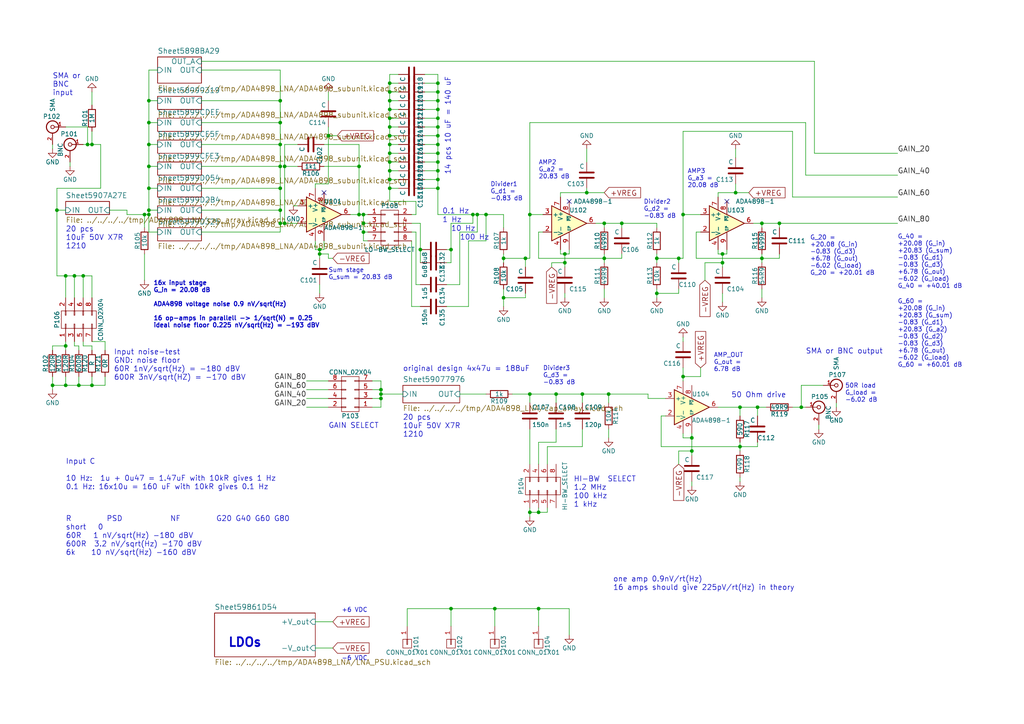
<source format=kicad_sch>
(kicad_sch (version 20230121) (generator eeschema)
  (paper "A4")
  (title_block (title "ADA4898_LNA") (rev "2017.02") (comment 1 "Anders Wallin (anders.e.e.wallin \"at\" gmail.com)") (comment 2 "inspired by:  http://www.hoffmann-hochfrequenz.de/downloads/lono.pdf"))
  (junction (at 25.4 41.91))
  (junction (at 113.03 29.21))
  (junction (at 113.03 41.91))
  (junction (at 170.18 55.88))
  (junction (at 127 29.21))
  (junction (at 113.03 44.45))
  (junction (at 161.29 114.3))
  (junction (at 113.03 31.75))
  (junction (at 81.28 60.96))
  (junction (at 127 36.83))
  (junction (at 153.67 148.59))
  (junction (at 163.83 73.66))
  (junction (at 146.05 86.36))
  (junction (at 110.49 113.03))
  (junction (at 104.14 48.26))
  (junction (at 113.03 39.37))
  (junction (at 138.43 62.23))
  (junction (at 226.06 64.77))
  (junction (at 81.28 54.61))
  (junction (at 43.18 35.56))
  (junction (at 95.25 39.37))
  (junction (at 43.18 62.23))
  (junction (at 19.05 80.01))
  (junction (at 175.26 64.77))
  (junction (at 200.66 127))
  (junction (at 43.18 60.96))
  (junction (at 156.21 148.59))
  (junction (at 220.98 74.93))
  (junction (at 163.83 76.2))
  (junction (at 198.12 62.23))
  (junction (at 81.28 29.21))
  (junction (at 127 31.75))
  (junction (at 180.34 64.77))
  (junction (at 127 44.45))
  (junction (at 140.97 62.23))
  (junction (at 113.03 24.13))
  (junction (at 130.81 176.53))
  (junction (at 127 46.99))
  (junction (at 110.49 115.57))
  (junction (at 43.18 29.21))
  (junction (at 190.5 85.09))
  (junction (at 127 52.07))
  (junction (at 232.41 118.11))
  (junction (at 82.55 48.26))
  (junction (at 196.85 74.93))
  (junction (at 113.03 46.99))
  (junction (at 176.53 114.3))
  (junction (at 214.63 129.54))
  (junction (at 21.59 80.01))
  (junction (at 81.28 64.77))
  (junction (at 200.66 130.81))
  (junction (at 219.71 118.11))
  (junction (at 127 41.91))
  (junction (at 113.03 36.83))
  (junction (at 113.03 49.53))
  (junction (at 130.81 72.39))
  (junction (at 127 24.13))
  (junction (at 105.41 67.31))
  (junction (at 214.63 118.11))
  (junction (at 105.41 62.23))
  (junction (at 156.21 176.53))
  (junction (at 15.24 111.76))
  (junction (at 19.05 100.33))
  (junction (at 113.03 52.07))
  (junction (at 81.28 41.91))
  (junction (at 121.92 72.39))
  (junction (at 127 54.61))
  (junction (at 110.49 114.3))
  (junction (at 26.67 111.76))
  (junction (at 168.91 114.3))
  (junction (at 19.05 111.76))
  (junction (at 41.91 62.23))
  (junction (at 26.67 41.91))
  (junction (at 113.03 26.67))
  (junction (at 113.03 34.29))
  (junction (at 22.86 111.76))
  (junction (at 24.13 80.01))
  (junction (at 43.18 54.61))
  (junction (at 209.55 76.2))
  (junction (at 127 39.37))
  (junction (at 16.51 60.96))
  (junction (at 81.28 48.26))
  (junction (at 92.71 73.66))
  (junction (at 220.98 64.77))
  (junction (at 209.55 73.66))
  (junction (at 105.41 64.77))
  (junction (at 175.26 74.93))
  (junction (at 127 49.53))
  (junction (at 137.16 62.23))
  (junction (at 153.67 114.3))
  (junction (at 127 26.67))
  (junction (at 104.14 62.23))
  (junction (at 81.28 35.56))
  (junction (at 152.4 74.93))
  (junction (at 153.67 62.23))
  (junction (at 43.18 41.91))
  (junction (at 143.51 176.53))
  (junction (at 213.36 55.88))
  (junction (at 190.5 74.93))
  (junction (at 146.05 74.93))
  (junction (at 92.71 72.39))
  (junction (at 198.12 109.22))
  (junction (at 82.55 64.77))
  (junction (at 127 34.29))
  (junction (at 113.03 54.61))
  (junction (at 43.18 48.26))
  (no_connect (at 210.82 58.42))
  (no_connect (at 165.1 58.42))
  (no_connect (at 93.98 55.88))
  (wire (pts (xy 19.05 101.6) (xy 19.05 100.33)))
  (wire (pts (xy 123.19 31.75) (xy 127 31.75)))
  (wire (pts (xy 123.19 29.21) (xy 127 29.21)))
  (wire (pts (xy 115.57 26.67) (xy 113.03 26.67)))
  (wire (pts (xy 113.03 31.75) (xy 113.03 29.21)))
  (wire (pts (xy 30.48 111.76) (xy 26.67 111.76)))
  (wire (pts (xy 165.1 73.66) (xy 165.1 72.39)))
  (wire (pts (xy 26.67 80.01) (xy 26.67 86.36)))
  (wire (pts (xy 96.52 187.96) (xy 91.44 187.96)))
  (wire (pts (xy 213.36 45.72) (xy 213.36 43.18)))
  (wire (pts (xy 30.48 99.06) (xy 30.48 101.6)))
  (wire (pts (xy 110.49 115.57) (xy 110.49 118.11)))
  (wire (pts (xy 26.67 109.22) (xy 26.67 111.76)))
  (wire (pts (xy 115.57 36.83) (xy 113.03 36.83)))
  (wire (pts (xy 156.21 74.93) (xy 175.26 74.93)))
  (wire (pts (xy 115.57 54.61) (xy 113.03 54.61)))
  (wire (pts (xy 209.55 76.2) (xy 209.55 77.47)))
  (wire (pts (xy 82.55 41.91) (xy 82.55 48.26)))
  (wire (pts (xy 229.87 38.1) (xy 229.87 57.15)))
  (wire (pts (xy 19.05 36.83) (xy 25.4 36.83)))
  (wire (pts (xy 81.28 20.32) (xy 81.28 29.21)))
  (wire (pts (xy 168.91 114.3) (xy 168.91 116.84)))
  (wire (pts (xy 26.67 99.06) (xy 30.48 99.06)))
  (wire (pts (xy 220.98 64.77) (xy 220.98 66.04)))
  (wire (pts (xy 86.36 48.26) (xy 82.55 48.26)))
  (wire (pts (xy 146.05 62.23) (xy 140.97 62.23)))
  (wire (pts (xy 233.68 35.56) (xy 233.68 50.8)))
  (wire (pts (xy 45.72 48.26) (xy 43.18 48.26)))
  (wire (pts (xy 115.57 34.29) (xy 113.03 34.29)))
  (wire (pts (xy 129.54 82.55) (xy 133.35 82.55)))
  (wire (pts (xy 88.9 113.03) (xy 95.25 113.03)))
  (wire (pts (xy 41.91 66.04) (xy 41.91 62.23)))
  (wire (pts (xy 137.16 62.23) (xy 127 62.23)))
  (wire (pts (xy 118.11 176.53) (xy 130.81 176.53)))
  (wire (pts (xy 220.98 74.93) (xy 220.98 73.66)))
  (wire (pts (xy 36.83 60.96) (xy 36.83 62.23)))
  (wire (pts (xy 24.13 100.33) (xy 26.67 100.33)))
  (wire (pts (xy 176.53 127) (xy 176.53 124.46)))
  (wire (pts (xy 153.67 116.84) (xy 153.67 114.3)))
  (wire (pts (xy 214.63 130.81) (xy 214.63 129.54)))
  (wire (pts (xy 88.9 110.49) (xy 95.25 110.49)))
  (wire (pts (xy 81.28 54.61) (xy 81.28 60.96)))
  (wire (pts (xy 198.12 125.73) (xy 198.12 127)))
  (wire (pts (xy 127 54.61) (xy 127 52.07)))
  (wire (pts (xy 163.83 86.36) (xy 163.83 85.09)))
  (wire (pts (xy 127 46.99) (xy 127 44.45)))
  (wire (pts (xy 95.25 74.93) (xy 95.25 73.66)))
  (wire (pts (xy 81.28 64.77) (xy 81.28 67.31)))
  (wire (pts (xy 41.91 73.66) (xy 41.91 81.28)))
  (wire (pts (xy 146.05 62.23) (xy 146.05 66.04)))
  (wire (pts (xy 201.93 74.93) (xy 220.98 74.93)))
  (wire (pts (xy 19.05 109.22) (xy 19.05 111.76)))
  (wire (pts (xy 146.05 86.36) (xy 146.05 88.9)))
  (wire (pts (xy 120.65 67.31) (xy 120.65 82.55)))
  (wire (pts (xy 105.41 69.85) (xy 105.41 67.31)))
  (wire (pts (xy 176.53 114.3) (xy 176.53 116.84)))
  (wire (pts (xy 96.52 180.34) (xy 91.44 180.34)))
  (wire (pts (xy 158.75 129.54) (xy 168.91 129.54)))
  (wire (pts (xy 153.67 62.23) (xy 157.48 62.23)))
  (wire (pts (xy 175.26 73.66) (xy 175.26 74.93)))
  (wire (pts (xy 31.75 60.96) (xy 36.83 60.96)))
  (wire (pts (xy 209.55 73.66) (xy 208.28 73.66)))
  (wire (pts (xy 209.55 73.66) (xy 209.55 76.2)))
  (wire (pts (xy 24.13 80.01) (xy 26.67 80.01)))
  (wire (pts (xy 170.18 46.99) (xy 170.18 43.18)))
  (wire (pts (xy 24.13 41.91) (xy 25.4 41.91)))
  (wire (pts (xy 19.05 80.01) (xy 21.59 80.01)))
  (wire (pts (xy 92.71 74.93) (xy 92.71 73.66)))
  (wire (pts (xy 237.49 124.46) (xy 237.49 123.19)))
  (wire (pts (xy 153.67 62.23) (xy 153.67 74.93)))
  (wire (pts (xy 107.95 115.57) (xy 110.49 115.57)))
  (wire (pts (xy 106.68 64.77) (xy 105.41 64.77)))
  (wire (pts (xy 113.03 44.45) (xy 113.03 41.91)))
  (wire (pts (xy 143.51 181.61) (xy 143.51 176.53)))
  (wire (pts (xy 140.97 69.85) (xy 140.97 62.23)))
  (wire (pts (xy 15.24 111.76) (xy 15.24 109.22)))
  (wire (pts (xy 165.1 176.53) (xy 165.1 184.15)))
  (wire (pts (xy 157.48 67.31) (xy 156.21 67.31)))
  (wire (pts (xy 208.28 55.88) (xy 208.28 57.15)))
  (wire (pts (xy 226.06 64.77) (xy 260.35 64.77)))
  (wire (pts (xy 92.71 73.66) (xy 92.71 72.39)))
  (wire (pts (xy 115.57 44.45) (xy 113.03 44.45)))
  (wire (pts (xy 198.12 99.06) (xy 198.12 97.79)))
  (wire (pts (xy 127 41.91) (xy 127 39.37)))
  (wire (pts (xy 123.19 41.91) (xy 127 41.91)))
  (wire (pts (xy 123.19 39.37) (xy 127 39.37)))
  (wire (pts (xy 15.24 113.03) (xy 15.24 111.76)))
  (wire (pts (xy 123.19 36.83) (xy 127 36.83)))
  (wire (pts (xy 45.72 60.96) (xy 43.18 60.96)))
  (wire (pts (xy 133.35 67.31) (xy 138.43 67.31)))
  (wire (pts (xy 152.4 74.93) (xy 152.4 77.47)))
  (wire (pts (xy 119.38 67.31) (xy 120.65 67.31)))
  (wire (pts (xy 21.59 80.01) (xy 24.13 80.01)))
  (wire (pts (xy 162.56 55.88) (xy 162.56 57.15)))
  (wire (pts (xy 175.26 64.77) (xy 175.26 66.04)))
  (wire (pts (xy 160.02 77.47) (xy 160.02 76.2)))
  (wire (pts (xy 24.13 99.06) (xy 24.13 100.33)))
  (wire (pts (xy 19.05 111.76) (xy 15.24 111.76)))
  (wire (pts (xy 220.98 74.93) (xy 226.06 74.93)))
  (wire (pts (xy 127 39.37) (xy 127 36.83)))
  (wire (pts (xy 168.91 129.54) (xy 168.91 124.46)))
  (wire (pts (xy 127 36.83) (xy 127 34.29)))
  (wire (pts (xy 113.03 54.61) (xy 113.03 52.07)))
  (wire (pts (xy 214.63 118.11) (xy 219.71 118.11)))
  (wire (pts (xy 198.12 74.93) (xy 196.85 74.93)))
  (wire (pts (xy 121.92 72.39) (xy 121.92 76.2)))
  (wire (pts (xy 26.67 41.91) (xy 29.21 41.91)))
  (wire (pts (xy 156.21 134.62) (xy 156.21 128.27)))
  (wire (pts (xy 36.83 62.23) (xy 41.91 62.23)))
  (wire (pts (xy 19.05 86.36) (xy 19.05 80.01)))
  (wire (pts (xy 163.83 77.47) (xy 163.83 76.2)))
  (wire (pts (xy 214.63 129.54) (xy 214.63 128.27)))
  (wire (pts (xy 153.67 35.56) (xy 233.68 35.56)))
  (wire (pts (xy 213.36 55.88) (xy 208.28 55.88)))
  (wire (pts (xy 15.24 100.33) (xy 19.05 100.33)))
  (wire (pts (xy 58.42 29.21) (xy 81.28 29.21)))
  (wire (pts (xy 152.4 86.36) (xy 146.05 86.36)))
  (wire (pts (xy 43.18 35.56) (xy 43.18 41.91)))
  (wire (pts (xy 15.24 43.18) (xy 15.24 41.91)))
  (wire (pts (xy 119.38 69.85) (xy 119.38 88.9)))
  (wire (pts (xy 127 62.23) (xy 127 54.61)))
  (wire (pts (xy 43.18 29.21) (xy 43.18 35.56)))
  (wire (pts (xy 242.57 118.11) (xy 242.57 116.84)))
  (wire (pts (xy 200.66 130.81) (xy 200.66 127)))
  (wire (pts (xy 43.18 20.32) (xy 45.72 20.32)))
  (wire (pts (xy 153.67 148.59) (xy 156.21 148.59)))
  (wire (pts (xy 152.4 85.09) (xy 152.4 86.36)))
  (wire (pts (xy 115.57 41.91) (xy 113.03 41.91)))
  (wire (pts (xy 82.55 64.77) (xy 86.36 64.77)))
  (wire (pts (xy 86.36 41.91) (xy 82.55 41.91)))
  (wire (pts (xy 123.19 52.07) (xy 127 52.07)))
  (wire (pts (xy 113.03 29.21) (xy 113.03 26.67)))
  (wire (pts (xy 43.18 41.91) (xy 43.18 48.26)))
  (wire (pts (xy 135.89 88.9) (xy 135.89 69.85)))
  (wire (pts (xy 198.12 38.1) (xy 229.87 38.1)))
  (wire (pts (xy 219.71 129.54) (xy 219.71 128.27)))
  (wire (pts (xy 93.98 48.26) (xy 104.14 48.26)))
  (wire (pts (xy 93.98 69.85) (xy 93.98 72.39)))
  (wire (pts (xy 22.86 100.33) (xy 22.86 101.6)))
  (wire (pts (xy 43.18 60.96) (xy 43.18 62.23)))
  (wire (pts (xy 113.03 24.13) (xy 113.03 21.59)))
  (wire (pts (xy 220.98 76.2) (xy 220.98 74.93)))
  (wire (pts (xy 113.03 58.42) (xy 113.03 54.61)))
  (wire (pts (xy 43.18 67.31) (xy 45.72 67.31)))
  (wire (pts (xy 156.21 148.59) (xy 156.21 147.32)))
  (wire (pts (xy 191.77 129.54) (xy 214.63 129.54)))
  (wire (pts (xy 105.41 67.31) (xy 105.41 64.77)))
  (wire (pts (xy 81.28 60.96) (xy 58.42 60.96)))
  (wire (pts (xy 168.91 114.3) (xy 176.53 114.3)))
  (wire (pts (xy 201.93 74.93) (xy 201.93 67.31)))
  (wire (pts (xy 190.5 73.66) (xy 190.5 74.93)))
  (wire (pts (xy 175.26 64.77) (xy 180.34 64.77)))
  (wire (pts (xy 92.71 72.39) (xy 91.44 72.39)))
  (wire (pts (xy 113.03 21.59) (xy 115.57 21.59)))
  (wire (pts (xy 204.47 76.2) (xy 209.55 76.2)))
  (wire (pts (xy 196.85 85.09) (xy 190.5 85.09)))
  (wire (pts (xy 146.05 83.82) (xy 146.05 86.36)))
  (wire (pts (xy 152.4 74.93) (xy 146.05 74.93)))
  (wire (pts (xy 162.56 73.66) (xy 163.83 73.66)))
  (wire (pts (xy 158.75 148.59) (xy 158.75 147.32)))
  (wire (pts (xy 193.04 115.57) (xy 187.96 115.57)))
  (wire (pts (xy 16.51 60.96) (xy 16.51 80.01)))
  (wire (pts (xy 88.9 118.11) (xy 95.25 118.11)))
  (wire (pts (xy 21.59 80.01) (xy 21.59 86.36)))
  (wire (pts (xy 163.83 76.2) (xy 163.83 73.66)))
  (wire (pts (xy 26.67 38.1) (xy 26.67 41.91)))
  (wire (pts (xy 21.59 100.33) (xy 22.86 100.33)))
  (wire (pts (xy 123.19 26.67) (xy 127 26.67)))
  (wire (pts (xy 105.41 64.77) (xy 105.41 62.23)))
  (wire (pts (xy 115.57 46.99) (xy 113.03 46.99)))
  (wire (pts (xy 115.57 29.21) (xy 113.03 29.21)))
  (wire (pts (xy 161.29 128.27) (xy 161.29 124.46)))
  (wire (pts (xy 113.03 52.07) (xy 113.03 49.53)))
  (wire (pts (xy 196.85 134.62) (xy 196.85 130.81)))
  (wire (pts (xy 187.96 115.57) (xy 187.96 114.3)))
  (wire (pts (xy 218.44 64.77) (xy 220.98 64.77)))
  (wire (pts (xy 43.18 48.26) (xy 43.18 54.61)))
  (wire (pts (xy 81.28 35.56) (xy 58.42 35.56)))
  (wire (pts (xy 190.5 86.36) (xy 190.5 85.09)))
  (wire (pts (xy 123.19 24.13) (xy 127 24.13)))
  (wire (pts (xy 95.25 36.83) (xy 95.25 39.37)))
  (wire (pts (xy 120.65 58.42) (xy 113.03 58.42)))
  (wire (pts (xy 229.87 57.15) (xy 260.35 57.15)))
  (wire (pts (xy 95.25 53.34) (xy 91.44 53.34)))
  (wire (pts (xy 82.55 48.26) (xy 82.55 64.77)))
  (wire (pts (xy 127 24.13) (xy 127 21.59)))
  (wire (pts (xy 106.68 69.85) (xy 105.41 69.85)))
  (wire (pts (xy 101.6 62.23) (xy 104.14 62.23)))
  (wire (pts (xy 91.44 72.39) (xy 91.44 69.85)))
  (wire (pts (xy 115.57 49.53) (xy 113.03 49.53)))
  (wire (pts (xy 232.41 118.11) (xy 233.68 118.11)))
  (wire (pts (xy 130.81 76.2) (xy 129.54 76.2)))
  (wire (pts (xy 161.29 116.84) (xy 161.29 114.3)))
  (wire (pts (xy 123.19 46.99) (xy 127 46.99)))
  (wire (pts (xy 25.4 36.83) (xy 25.4 41.91)))
  (wire (pts (xy 153.67 148.59) (xy 153.67 147.32)))
  (wire (pts (xy 233.68 50.8) (xy 260.35 50.8)))
  (wire (pts (xy 58.42 20.32) (xy 81.28 20.32)))
  (wire (pts (xy 226.06 64.77) (xy 226.06 66.04)))
  (wire (pts (xy 172.72 64.77) (xy 175.26 64.77)))
  (wire (pts (xy 213.36 53.34) (xy 213.36 55.88)))
  (wire (pts (xy 156.21 176.53) (xy 156.21 181.61)))
  (wire (pts (xy 41.91 62.23) (xy 43.18 62.23)))
  (wire (pts (xy 127 31.75) (xy 127 29.21)))
  (wire (pts (xy 127 49.53) (xy 127 46.99)))
  (wire (pts (xy 127 44.45) (xy 127 41.91)))
  (wire (pts (xy 95.25 39.37) (xy 97.79 39.37)))
  (wire (pts (xy 115.57 31.75) (xy 113.03 31.75)))
  (wire (pts (xy 113.03 36.83) (xy 113.03 34.29)))
  (wire (pts (xy 127 21.59) (xy 123.19 21.59)))
  (wire (pts (xy 236.22 44.45) (xy 236.22 17.78)))
  (wire (pts (xy 116.84 114.3) (xy 110.49 114.3)))
  (wire (pts (xy 203.2 109.22) (xy 198.12 109.22)))
  (wire (pts (xy 190.5 64.77) (xy 190.5 66.04)))
  (wire (pts (xy 115.57 52.07) (xy 113.03 52.07)))
  (wire (pts (xy 86.36 59.69) (xy 85.09 59.69)))
  (wire (pts (xy 180.34 64.77) (xy 190.5 64.77)))
  (wire (pts (xy 106.68 67.31) (xy 105.41 67.31)))
  (wire (pts (xy 95.25 29.21) (xy 95.25 26.67)))
  (wire (pts (xy 26.67 111.76) (xy 22.86 111.76)))
  (wire (pts (xy 208.28 118.11) (xy 214.63 118.11)))
  (wire (pts (xy 219.71 118.11) (xy 219.71 120.65)))
  (wire (pts (xy 120.65 62.23) (xy 119.38 62.23)))
  (wire (pts (xy 81.28 48.26) (xy 81.28 54.61)))
  (wire (pts (xy 123.19 49.53) (xy 127 49.53)))
  (wire (pts (xy 198.12 127) (xy 200.66 127)))
  (wire (pts (xy 43.18 54.61) (xy 43.18 60.96)))
  (wire (pts (xy 137.16 64.77) (xy 137.16 62.23)))
  (wire (pts (xy 113.03 39.37) (xy 113.03 36.83)))
  (wire (pts (xy 93.98 41.91) (xy 104.14 41.91)))
  (wire (pts (xy 140.97 62.23) (xy 138.43 62.23)))
  (wire (pts (xy 232.41 111.76) (xy 232.41 118.11)))
  (wire (pts (xy 158.75 134.62) (xy 158.75 129.54)))
  (wire (pts (xy 209.55 85.09) (xy 209.55 87.63)))
  (wire (pts (xy 81.28 35.56) (xy 81.28 41.91)))
  (wire (pts (xy 22.86 111.76) (xy 19.05 111.76)))
  (wire (pts (xy 156.21 148.59) (xy 158.75 148.59)))
  (wire (pts (xy 104.14 41.91) (xy 104.14 48.26)))
  (wire (pts (xy 190.5 74.93) (xy 190.5 76.2)))
  (wire (pts (xy 176.53 114.3) (xy 187.96 114.3)))
  (wire (pts (xy 123.19 44.45) (xy 127 44.45)))
  (wire (pts (xy 110.49 118.11) (xy 107.95 118.11)))
  (wire (pts (xy 226.06 74.93) (xy 226.06 73.66)))
  (wire (pts (xy 113.03 49.53) (xy 113.03 46.99)))
  (wire (pts (xy 26.67 26.67) (xy 26.67 30.48)))
  (wire (pts (xy 148.59 114.3) (xy 153.67 114.3)))
  (wire (pts (xy 204.47 81.28) (xy 204.47 76.2)))
  (wire (pts (xy 214.63 129.54) (xy 219.71 129.54)))
  (wire (pts (xy 81.28 60.96) (xy 81.28 64.77)))
  (wire (pts (xy 92.71 85.09) (xy 92.71 82.55)))
  (wire (pts (xy 133.35 82.55) (xy 133.35 67.31)))
  (wire (pts (xy 162.56 72.39) (xy 162.56 73.66)))
  (wire (pts (xy 95.25 39.37) (xy 95.25 53.34)))
  (wire (pts (xy 110.49 113.03) (xy 110.49 114.3)))
  (wire (pts (xy 208.28 73.66) (xy 208.28 72.39)))
  (wire (pts (xy 220.98 64.77) (xy 226.06 64.77)))
  (wire (pts (xy 118.11 181.61) (xy 118.11 176.53)))
  (wire (pts (xy 113.03 46.99) (xy 113.03 44.45)))
  (wire (pts (xy 161.29 114.3) (xy 168.91 114.3)))
  (wire (pts (xy 191.77 120.65) (xy 193.04 120.65)))
  (wire (pts (xy 130.81 176.53) (xy 143.51 176.53)))
  (wire (pts (xy 107.95 110.49) (xy 110.49 110.49)))
  (wire (pts (xy 25.4 41.91) (xy 26.67 41.91)))
  (wire (pts (xy 45.72 29.21) (xy 43.18 29.21)))
  (wire (pts (xy 91.44 53.34) (xy 91.44 54.61)))
  (wire (pts (xy 96.52 74.93) (xy 95.25 74.93)))
  (wire (pts (xy 135.89 69.85) (xy 140.97 69.85)))
  (wire (pts (xy 133.35 114.3) (xy 140.97 114.3)))
  (wire (pts (xy 153.67 35.56) (xy 153.67 62.23)))
  (wire (pts (xy 113.03 41.91) (xy 113.03 39.37)))
  (wire (pts (xy 121.92 64.77) (xy 121.92 72.39)))
  (wire (pts (xy 43.18 62.23) (xy 43.18 67.31)))
  (wire (pts (xy 81.28 48.26) (xy 58.42 48.26)))
  (wire (pts (xy 58.42 17.78) (xy 236.22 17.78)))
  (wire (pts (xy 196.85 83.82) (xy 196.85 85.09)))
  (wire (pts (xy 29.21 54.61) (xy 16.51 54.61)))
  (wire (pts (xy 45.72 35.56) (xy 43.18 35.56)))
  (wire (pts (xy 191.77 129.54) (xy 191.77 120.65)))
  (wire (pts (xy 175.26 55.88) (xy 170.18 55.88)))
  (wire (pts (xy 45.72 54.61) (xy 43.18 54.61)))
  (wire (pts (xy 156.21 67.31) (xy 156.21 74.93)))
  (wire (pts (xy 115.57 24.13) (xy 113.03 24.13)))
  (wire (pts (xy 138.43 62.23) (xy 137.16 62.23)))
  (wire (pts (xy 260.35 44.45) (xy 236.22 44.45)))
  (wire (pts (xy 43.18 20.32) (xy 43.18 29.21)))
  (wire (pts (xy 81.28 29.21) (xy 81.28 35.56)))
  (wire (pts (xy 180.34 64.77) (xy 180.34 66.04)))
  (wire (pts (xy 163.83 73.66) (xy 165.1 73.66)))
  (wire (pts (xy 203.2 62.23) (xy 198.12 62.23)))
  (wire (pts (xy 190.5 85.09) (xy 190.5 83.82)))
  (wire (pts (xy 198.12 110.49) (xy 198.12 109.22)))
  (wire (pts (xy 93.98 72.39) (xy 92.71 72.39)))
  (wire (pts (xy 115.57 39.37) (xy 113.03 39.37)))
  (wire (pts (xy 81.28 54.61) (xy 58.42 54.61)))
  (wire (pts (xy 180.34 74.93) (xy 180.34 73.66)))
  (wire (pts (xy 30.48 109.22) (xy 30.48 111.76)))
  (wire (pts (xy 217.17 55.88) (xy 213.36 55.88)))
  (wire (pts (xy 16.51 60.96) (xy 19.05 60.96)))
  (wire (pts (xy 22.86 109.22) (xy 22.86 111.76)))
  (wire (pts (xy 29.21 41.91) (xy 29.21 54.61)))
  (wire (pts (xy 156.21 128.27) (xy 161.29 128.27)))
  (wire (pts (xy 198.12 38.1) (xy 198.12 62.23)))
  (wire (pts (xy 201.93 67.31) (xy 203.2 67.31)))
  (wire (pts (xy 196.85 74.93) (xy 190.5 74.93)))
  (wire (pts (xy 104.14 62.23) (xy 105.41 62.23)))
  (wire (pts (xy 200.66 140.97) (xy 200.66 139.7)))
  (wire (pts (xy 146.05 73.66) (xy 146.05 74.93)))
  (wire (pts (xy 81.28 41.91) (xy 58.42 41.91)))
  (wire (pts (xy 160.02 76.2) (xy 163.83 76.2)))
  (wire (pts (xy 107.95 113.03) (xy 110.49 113.03)))
  (wire (pts (xy 120.65 58.42) (xy 120.65 62.23)))
  (wire (pts (xy 153.67 74.93) (xy 152.4 74.93)))
  (wire (pts (xy 127 34.29) (xy 127 31.75)))
  (wire (pts (xy 130.81 64.77) (xy 137.16 64.77)))
  (wire (pts (xy 15.24 101.6) (xy 15.24 100.33)))
  (wire (pts (xy 196.85 130.81) (xy 200.66 130.81)))
  (wire (pts (xy 214.63 139.7) (xy 214.63 138.43)))
  (wire (pts (xy 95.25 73.66) (xy 92.71 73.66)))
  (wire (pts (xy 203.2 106.68) (xy 203.2 109.22)))
  (wire (pts (xy 81.28 41.91) (xy 81.28 48.26)))
  (wire (pts (xy 198.12 109.22) (xy 198.12 106.68)))
  (wire (pts (xy 123.19 34.29) (xy 127 34.29)))
  (wire (pts (xy 113.03 26.67) (xy 113.03 24.13)))
  (wire (pts (xy 238.76 111.76) (xy 232.41 111.76)))
  (wire (pts (xy 175.26 74.93) (xy 180.34 74.93)))
  (wire (pts (xy 130.81 72.39) (xy 130.81 76.2)))
  (wire (pts (xy 200.66 132.08) (xy 200.66 130.81)))
  (wire (pts (xy 127 52.07) (xy 127 49.53)))
  (wire (pts (xy 129.54 72.39) (xy 130.81 72.39)))
  (wire (pts (xy 198.12 62.23) (xy 198.12 74.93)))
  (wire (pts (xy 110.49 114.3) (xy 110.49 115.57)))
  (wire (pts (xy 16.51 54.61) (xy 16.51 60.96)))
  (wire (pts (xy 16.51 80.01) (xy 19.05 80.01)))
  (wire (pts (xy 153.67 134.62) (xy 153.67 124.46)))
  (wire (pts (xy 138.43 67.31) (xy 138.43 62.23)))
  (wire (pts (xy 146.05 74.93) (xy 146.05 76.2)))
  (wire (pts (xy 24.13 80.01) (xy 24.13 86.36)))
  (wire (pts (xy 104.14 48.26) (xy 104.14 62.23)))
  (wire (pts (xy 120.65 82.55) (xy 121.92 82.55)))
  (wire (pts (xy 129.54 88.9) (xy 135.89 88.9)))
  (wire (pts (xy 88.9 115.57) (xy 95.25 115.57)))
  (wire (pts (xy 219.71 118.11) (xy 222.25 118.11)))
  (wire (pts (xy 156.21 176.53) (xy 165.1 176.53)))
  (wire (pts (xy 127 29.21) (xy 127 26.67)))
  (wire (pts (xy 20.32 48.26) (xy 20.32 46.99)))
  (wire (pts (xy 175.26 74.93) (xy 175.26 76.2)))
  (wire (pts (xy 170.18 54.61) (xy 170.18 55.88)))
  (wire (pts (xy 19.05 100.33) (xy 19.05 99.06)))
  (wire (pts (xy 170.18 55.88) (xy 162.56 55.88)))
  (wire (pts (xy 153.67 114.3) (xy 161.29 114.3)))
  (wire (pts (xy 105.41 62.23) (xy 106.68 62.23)))
  (wire (pts (xy 81.28 67.31) (xy 58.42 67.31)))
  (wire (pts (xy 119.38 88.9) (xy 121.92 88.9)))
  (wire (pts (xy 113.03 34.29) (xy 113.03 31.75)))
  (wire (pts (xy 220.98 86.36) (xy 220.98 83.82)))
  (wire (pts (xy 200.66 127) (xy 200.66 125.73)))
  (wire (pts (xy 110.49 110.49) (xy 110.49 113.03)))
  (wire (pts (xy 210.82 72.39) (xy 210.82 73.66)))
  (wire (pts (xy 21.59 99.06) (xy 21.59 100.33)))
  (wire (pts (xy 143.51 176.53) (xy 156.21 176.53)))
  (wire (pts (xy 196.85 76.2) (xy 196.85 74.93)))
  (wire (pts (xy 81.28 64.77) (xy 82.55 64.77)))
  (wire (pts (xy 210.82 73.66) (xy 209.55 73.66)))
  (wire (pts (xy 127 26.67) (xy 127 24.13)))
  (wire (pts (xy 121.92 64.77) (xy 119.38 64.77)))
  (wire (pts (xy 26.67 100.33) (xy 26.67 101.6)))
  (wire (pts (xy 130.81 64.77) (xy 130.81 72.39)))
  (wire (pts (xy 130.81 176.53) (xy 130.81 181.61)))
  (wire (pts (xy 175.26 86.36) (xy 175.26 83.82)))
  (wire (pts (xy 45.72 41.91) (xy 43.18 41.91)))
  (wire (pts (xy 153.67 149.86) (xy 153.67 148.59)))
  (wire (pts (xy 123.19 54.61) (xy 127 54.61)))
  (wire (pts (xy 214.63 118.11) (xy 214.63 120.65)))
  (wire (pts (xy 229.87 118.11) (xy 232.41 118.11)))
  (text "R		PSD            NF         G20 G40 G60 G80\nshort   0               \n60R   1 nV/sqrt(Hz) -180 dBV\n600R  3.2 nV/sqrt(Hz) -170 dBV\n6k    10 nV/sqrt(Hz) -160 dBV" (at 19.05 161.29 0) (effects (font (size 1.524 1.524)) (justify left bottom)))
  (text "+6 VDC" (at 99.06 177.8 0) (effects (font (size 1.27 1.27)) (justify left bottom)))
  (text "GAIN SELECT" (at 95.25 124.46 0) (effects (font (size 1.524 1.524)) (justify left bottom)))
  (text "AMP3\nG_a3 = \n20.08 dB" (at 199.39 54.61 0) (effects (font (size 1.27 1.27)) (justify left bottom)))
  (text "16x input stage\nG_in = 20.08 dB\n\nADA4898 voltage noise 0.9 nV/sqrt(Hz)\n\n16 op-amps in parallell -> 1/sqrt(N) = 0.25\nideal noise floor 0.225 nV/sqrt(Hz) = -193 dBV" (at 44.45 95.25 0) (effects (font (size 1.27 1.27) (thickness 0.254) bold) (justify left bottom)))
  (text "10 Hz" (at 130.81 67.31 0) (effects (font (size 1.524 1.524)) (justify left bottom)))
  (text "LDOs" (at 66.04 187.96 0) (effects (font (size 2.54 2.54) (thickness 0.508) bold) (justify left bottom)))
  (text "original design 4x47u = 188uF" (at 116.84 107.95 0) (effects (font (size 1.524 1.524)) (justify left bottom)))
  (text "Divider3\nG_d3 = \n-0.83 dB" (at 157.48 111.76 0) (effects (font (size 1.27 1.27)) (justify left bottom)))
  (text "100 Hz" (at 133.35 69.85 0) (effects (font (size 1.524 1.524)) (justify left bottom)))
  (text "AMP2\nG_a2 = \n20.83 dB" (at 156.21 52.07 0) (effects (font (size 1.27 1.27)) (justify left bottom)))
  (text "1 Hz" (at 128.27 64.77 0) (effects (font (size 1.524 1.524)) (justify left bottom)))
  (text "G_20 =\n+20.08 (G_in)\n-0.83 (G_d3)\n+6.78 (G_out)\n-6.02 (G_load)\nG_20 = +20.01 dB" (at 234.95 80.01 0) (effects (font (size 1.27 1.27)) (justify left bottom)))
  (text "Input C\n\n10 Hz:  1u + 0u47 = 1.47uF with 10kR gives 1 Hz\n0.1 Hz: 16x10u = 160 uF with 10kR gives 0.1 Hz" (at 19.05 142.24 0) (effects (font (size 1.524 1.524)) (justify left bottom)))
  (text "20 pcs\n10uF 50V X7R\n1210" (at 116.84 127 0) (effects (font (size 1.524 1.524)) (justify left bottom)))
  (text "50R load\nG_load =\n-6.02 dB" (at 245.11 116.84 0) (effects (font (size 1.27 1.27)) (justify left bottom)))
  (text "SMA or BNC output" (at 233.68 102.87 0) (effects (font (size 1.524 1.524)) (justify left bottom)))
  (text "one amp 0.9nV/rt(Hz)\n16 amps should give 225pV/rt(Hz) in theory" (at 177.8 171.45 0) (effects (font (size 1.524 1.524)) (justify left bottom)))
  (text "SMA or \nBNC \ninput" (at 15.24 27.94 0) (effects (font (size 1.524 1.524)) (justify left bottom)))
  (text "Divider2\nG_d2 = \n-0.83 dB" (at 186.69 63.5 0) (effects (font (size 1.27 1.27)) (justify left bottom)))
  (text "G_60 =\n+20.08 (G_in)\n+20.83 (G_sum)\n-0.83 (G_d1)\n+20.83 (G_a2)\n-0.83 (G_d2)\n-0.83 (G_d3)\n+6.78 (G_out)\n-6.02 (G_load)\nG_60 = +60.01 dB" (at 260.35 106.68 0) (effects (font (size 1.27 1.27)) (justify left bottom)))
  (text "-6 VDC" (at 99.06 191.77 0) (effects (font (size 1.27 1.27)) (justify left bottom)))
  (text "Divider1\nG_d1 = \n-0.83 dB" (at 142.24 58.42 0) (effects (font (size 1.27 1.27)) (justify left bottom)))
  (text "Input noise-test\nGND: noise floor\n60R 1nV/sqrt(Hz) = -180 dBV\n600R 3nV/sqrt(HZ) = -170 dBV" (at 33.02 110.49 0) (effects (font (size 1.524 1.524)) (justify left bottom)))
  (text "G_40 =\n+20.08 (G_in)\n+20.83 (G_sum)\n-0.83 (G_d1)\n-0.83 (G_d3)\n+6.78 (G_out)\n-6.02 (G_load)\nG_40 = +40.01 dB" (at 260.35 83.82 0) (effects (font (size 1.27 1.27)) (justify left bottom)))
  (text "50 Ohm drive" (at 212.09 115.57 0) (effects (font (size 1.524 1.524)) (justify left bottom)))
  (text "20 pcs\n10uF 50V X7R\n1210" (at 19.05 72.39 0) (effects (font (size 1.524 1.524)) (justify left bottom)))
  (text "Sum stage\nG_sum = 20.83 dB" (at 95.25 81.28 0) (effects (font (size 1.27 1.27)) (justify left bottom)))
  (text "0.1 Hz" (at 128.27 62.23 0) (effects (font (size 1.524 1.524)) (justify left bottom)))
  (text "AMP_OUT\nG_out = \n6.78 dB" (at 207.01 107.95 0) (effects (font (size 1.27 1.27)) (justify left bottom)))
  (text "14 pcs 10 uF = 140 uF" (at 130.81 50.8 90) (effects (font (size 1.524 1.524)) (justify left bottom)))
  (text "HI-BW  SELECT\n1.2 MHz\n100 kHz\n1 kHz" (at 166.37 147.32 0) (effects (font (size 1.524 1.524)) (justify left bottom)))
  (label "GAIN_80" (at 260.35 64.77 0) (effects (font (size 1.524 1.524))))
  (label "GAIN_40" (at 88.9 115.57 180) (effects (font (size 1.524 1.524))))
  (label "GAIN_20" (at 260.35 44.45 0) (effects (font (size 1.524 1.524))))
  (label "GAIN_20" (at 88.9 118.11 180) (effects (font (size 1.524 1.524))))
  (label "GAIN_80" (at 88.9 110.49 180) (effects (font (size 1.524 1.524))))
  (label "GAIN_60" (at 88.9 113.03 180) (effects (font (size 1.524 1.524))))
  (label "GAIN_60" (at 260.35 57.15 0) (effects (font (size 1.524 1.524))))
  (label "GAIN_40" (at 260.35 50.8 0) (effects (font (size 1.524 1.524))))
  (global_label "+VREG" (shape input) (at 203.2 106.68 90) (effects (font (size 1.524 1.524))) (property "Intersheetrefs" "${INTERSHEET_REFS}" (effects hide)))
  (global_label "-VREG" (shape input) (at 160.02 77.47 270) (effects (font (size 1.524 1.524))) (property "Intersheetrefs" "${INTERSHEET_REFS}" (effects hide)))
  (global_label "+VREG" (shape input) (at 175.26 55.88 0) (effects (font (size 1.524 1.524))) (property "Intersheetrefs" "${INTERSHEET_REFS}" (effects hide)))
  (global_label "-VREG" (shape input) (at 96.52 74.93 0) (effects (font (size 1.524 1.524))) (property "Intersheetrefs" "${INTERSHEET_REFS}" (effects hide)))
  (global_label "+VREG" (shape input) (at 97.79 39.37 0) (effects (font (size 1.524 1.524))) (property "Intersheetrefs" "${INTERSHEET_REFS}" (effects hide)))
  (global_label "-VREG" (shape input) (at 196.85 134.62 270) (effects (font (size 1.524 1.524))) (property "Intersheetrefs" "${INTERSHEET_REFS}" (effects hide)))
  (global_label "-VREG" (shape input) (at 96.52 187.96 0) (effects (font (size 1.524 1.524))) (property "Intersheetrefs" "${INTERSHEET_REFS}" (effects hide)))
  (global_label "+VREG" (shape input) (at 217.17 55.88 0) (effects (font (size 1.524 1.524))) (property "Intersheetrefs" "${INTERSHEET_REFS}" (effects hide)))
  (global_label "+VREG" (shape input) (at 96.52 180.34 0) (effects (font (size 1.524 1.524))) (property "Intersheetrefs" "${INTERSHEET_REFS}" (effects hide)))
  (global_label "-VREG" (shape input) (at 204.47 81.28 270) (effects (font (size 1.524 1.524))) (property "Intersheetrefs" "${INTERSHEET_REFS}" (effects hide)))
  (symbol (lib_id "hoffmann_lna_v1-rescue:BNC") (at 20.32 41.91 0) (mirror y) (unit 1)
    (property "Reference" "P101" (at 20.066 38.862 0))
    (property "Value" "BNC" (at 17.526 43.434 90))
    (property "Footprint" "awallinKiCadFootprints_git:BNC_2PIN" (effects hide))
  )
  (symbol (lib_id "hoffmann_lna_v1-rescue:BNC") (at 237.49 118.11 0) (unit 1)
    (property "Reference" "P105" (at 237.744 115.062 0))
    (property "Value" "BNC" (at 240.284 119.634 90))
    (property "Footprint" "awallinKiCadFootprints_git:BNC_2PIN" (effects hide))
  )
  (symbol (lib_id "power:GND") (at 20.32 48.26 0) (unit 1)
    (property "Reference" "#PWR01" (effects hide))
    (property "Value" "GND" (at 20.32 52.07 0))
  )
  (symbol (lib_id "power:GND") (at 237.49 124.46 0) (unit 1)
    (property "Reference" "#PWR02" (effects hide))
    (property "Value" "GND" (at 237.49 128.27 0))
  )
  (symbol (lib_id "hoffmann_lna_v1-rescue:R") (at 226.06 118.11 270) (unit 1)
    (property "Reference" "R119" (at 226.06 120.142 90))
    (property "Value" "49R9" (at 226.06 118.11 90))
    (property "Footprint" "Resistors_SMD:R_0805" (effects hide))
  )
  (symbol (lib_id "hoffmann_lna_v1-rescue:R") (at 90.17 48.26 270) (unit 1)
    (property "Reference" "R106" (at 90.17 50.292 90))
    (property "Value" "1k1" (at 90.17 48.26 90))
    (property "Footprint" "Resistors_SMD:R_0805" (effects hide))
  )
  (symbol (lib_id "hoffmann_lna_v1-rescue:C") (at 90.17 41.91 270) (unit 1)
    (property "Reference" "C102" (at 92.71 42.545 0) (effects (justify left)))
    (property "Value" "C" (at 87.63 42.545 0) (effects (justify left)))
    (property "Footprint" "Capacitors_SMD:C_0805" (effects hide))
  )
  (symbol (lib_id "hoffmann_lna_v1-rescue:R") (at 175.26 69.85 180) (unit 1)
    (property "Reference" "R110" (at 173.228 69.85 90))
    (property "Value" "499R" (at 175.26 69.85 90))
    (property "Footprint" "Resistors_SMD:R_0805" (effects hide))
  )
  (symbol (lib_id "hoffmann_lna_v1-rescue:R") (at 175.26 80.01 180) (unit 1)
    (property "Reference" "R111" (at 173.228 80.01 90))
    (property "Value" "49R9" (at 175.26 80.01 90))
    (property "Footprint" "Resistors_SMD:R_0805" (effects hide))
  )
  (symbol (lib_id "hoffmann_lna_v1-rescue:C") (at 180.34 69.85 180) (unit 1)
    (property "Reference" "C106" (at 185.42 72.39 0) (effects (justify left)))
    (property "Value" "C" (at 179.705 67.31 0) (effects (justify left)))
    (property "Footprint" "Capacitors_SMD:C_0805" (effects hide))
  )
  (symbol (lib_id "power:GND") (at 85.09 59.69 0) (unit 1)
    (property "Reference" "#PWR03" (effects hide))
    (property "Value" "GND" (at 85.09 63.5 0))
  )
  (symbol (lib_id "hoffmann_lna_v1-rescue:R") (at 146.05 69.85 180) (unit 1)
    (property "Reference" "R107" (at 144.018 69.85 90))
    (property "Value" "1k" (at 146.05 69.85 90))
    (property "Footprint" "Resistors_SMD:R_0805" (effects hide))
  )
  (symbol (lib_id "hoffmann_lna_v1-rescue:R") (at 146.05 80.01 180) (unit 1)
    (property "Reference" "R108" (at 144.018 80.01 90))
    (property "Value" "10k" (at 146.05 80.01 90))
    (property "Footprint" "Resistors_SMD:R_0805" (effects hide))
  )
  (symbol (lib_id "hoffmann_lna_v1-rescue:C") (at 152.4 81.28 180) (unit 1)
    (property "Reference" "C105" (at 151.765 83.82 0) (effects (justify left)))
    (property "Value" "C" (at 151.765 78.74 0) (effects (justify left)))
    (property "Footprint" "Capacitors_SMD:C_0805" (effects hide))
  )
  (symbol (lib_id "hoffmann_lna_v1-rescue:R") (at 190.5 69.85 180) (unit 1)
    (property "Reference" "R112" (at 188.468 69.85 90))
    (property "Value" "1k" (at 190.5 69.85 90))
    (property "Footprint" "Resistors_SMD:R_0805" (effects hide))
  )
  (symbol (lib_id "hoffmann_lna_v1-rescue:R") (at 190.5 80.01 180) (unit 1)
    (property "Reference" "R113" (at 188.468 80.01 90))
    (property "Value" "10k" (at 190.5 80.01 90))
    (property "Footprint" "Resistors_SMD:R_0805" (effects hide))
  )
  (symbol (lib_id "hoffmann_lna_v1-rescue:C") (at 196.85 80.01 180) (unit 1)
    (property "Reference" "C110" (at 201.93 82.55 0) (effects (justify left)))
    (property "Value" "C" (at 196.215 77.47 0) (effects (justify left)))
    (property "Footprint" "Capacitors_SMD:C_0805" (effects hide))
  )
  (symbol (lib_id "hoffmann_lna_v1-rescue:R") (at 220.98 69.85 180) (unit 1)
    (property "Reference" "R115" (at 218.948 69.85 90))
    (property "Value" "499R" (at 220.98 69.85 90))
    (property "Footprint" "Resistors_SMD:R_0805" (effects hide))
  )
  (symbol (lib_id "hoffmann_lna_v1-rescue:R") (at 220.98 80.01 180) (unit 1)
    (property "Reference" "R116" (at 218.948 80.01 90))
    (property "Value" "54R9" (at 220.98 80.01 90))
    (property "Footprint" "Resistors_SMD:R_0805" (effects hide))
  )
  (symbol (lib_id "hoffmann_lna_v1-rescue:C") (at 226.06 69.85 180) (unit 1)
    (property "Reference" "C111" (at 233.68 69.85 0) (effects (justify left)))
    (property "Value" "C" (at 225.425 67.31 0) (effects (justify left)))
    (property "Footprint" "Capacitors_SMD:C_0805" (effects hide))
  )
  (symbol (lib_id "hoffmann_lna_v1-rescue:R") (at 214.63 124.46 0) (unit 1)
    (property "Reference" "R117" (at 216.662 124.46 90))
    (property "Value" "590" (at 214.63 124.46 90))
    (property "Footprint" "Resistors_SMD:R_0805" (effects hide))
  )
  (symbol (lib_id "hoffmann_lna_v1-rescue:C") (at 219.71 124.46 180) (unit 1)
    (property "Reference" "C112" (at 224.79 127 0) (effects (justify left)))
    (property "Value" "C" (at 219.075 121.92 0) (effects (justify left)))
    (property "Footprint" "Capacitors_SMD:C_0805" (effects hide))
  )
  (symbol (lib_id "hoffmann_lna_v1-rescue:R") (at 214.63 134.62 0) (unit 1)
    (property "Reference" "R118" (at 216.662 134.62 90))
    (property "Value" "499" (at 214.63 134.62 90))
    (property "Footprint" "Resistors_SMD:R_0805" (effects hide))
  )
  (symbol (lib_id "hoffmann_lna_v1-rescue:R") (at 176.53 120.65 0) (unit 1)
    (property "Reference" "R114" (at 178.562 120.65 90))
    (property "Value" "10k" (at 176.53 120.65 90))
    (property "Footprint" "Resistors_SMD:R_0805" (effects hide))
  )
  (symbol (lib_id "hoffmann_lna_v1-rescue:C") (at 161.29 120.65 0) (unit 1)
    (property "Reference" "C108" (at 161.925 118.11 0) (effects (justify left)))
    (property "Value" "1n5" (at 161.925 123.19 0) (effects (justify left)))
    (property "Footprint" "Capacitors_SMD:C_0805" (effects hide))
  )
  (symbol (lib_id "hoffmann_lna_v1-rescue:C") (at 168.91 120.65 0) (unit 1)
    (property "Reference" "C109" (at 169.545 118.11 0) (effects (justify left)))
    (property "Value" "120p" (at 169.545 123.19 0) (effects (justify left)))
    (property "Footprint" "Capacitors_SMD:C_0805" (effects hide))
  )
  (symbol (lib_id "hoffmann_lna_v1-rescue:C") (at 153.67 120.65 0) (unit 1)
    (property "Reference" "C107" (at 154.305 118.11 0) (effects (justify left)))
    (property "Value" "150n" (at 154.305 123.19 0) (effects (justify left)))
    (property "Footprint" "Capacitors_SMD:C_0805" (effects hide))
  )
  (symbol (lib_id "hoffmann_lna_v1-rescue:R") (at 144.78 114.3 270) (unit 1)
    (property "Reference" "R109" (at 144.78 116.332 90))
    (property "Value" "1k" (at 144.78 114.3 90))
    (property "Footprint" "Resistors_SMD:R_0805" (effects hide))
  )
  (symbol (lib_id "power:GND") (at 146.05 88.9 0) (unit 1)
    (property "Reference" "#PWR04" (effects hide))
    (property "Value" "GND" (at 146.05 92.71 0))
  )
  (symbol (lib_id "power:GND") (at 175.26 86.36 0) (unit 1)
    (property "Reference" "#PWR05" (effects hide))
    (property "Value" "GND" (at 175.26 90.17 0))
  )
  (symbol (lib_id "power:GND") (at 190.5 86.36 0) (unit 1)
    (property "Reference" "#PWR06" (effects hide))
    (property "Value" "GND" (at 190.5 90.17 0))
  )
  (symbol (lib_id "power:GND") (at 220.98 86.36 0) (unit 1)
    (property "Reference" "#PWR07" (effects hide))
    (property "Value" "GND" (at 220.98 90.17 0))
  )
  (symbol (lib_id "hoffmann_lna_v1-rescue:CONN_02X04") (at 101.6 114.3 180) (unit 1)
    (property "Reference" "P103" (at 101.6 120.65 0))
    (property "Value" "CONN_02X04" (at 101.6 107.95 0))
    (property "Footprint" "Pin_Headers:Pin_Header_Straight_2x04_Pitch2.54mm_SMD" (effects hide))
  )
  (symbol (lib_id "hoffmann_lna_v1-rescue:CONN_02X04") (at 157.48 140.97 90) (unit 1)
    (property "Reference" "P104" (at 151.13 140.97 0))
    (property "Value" "HI-BW_SELECT" (at 163.83 140.97 0))
    (property "Footprint" "Pin_Headers:Pin_Header_Straight_2x04_Pitch2.54mm_SMD" (effects hide))
  )
  (symbol (lib_id "power:GND") (at 176.53 127 0) (unit 1)
    (property "Reference" "#PWR08" (effects hide))
    (property "Value" "GND" (at 176.53 130.81 0))
  )
  (symbol (lib_id "power:GND") (at 153.67 149.86 0) (unit 1)
    (property "Reference" "#PWR09" (effects hide))
    (property "Value" "GND" (at 153.67 153.67 0))
  )
  (symbol (lib_id "power:GND") (at 214.63 139.7 0) (unit 1)
    (property "Reference" "#PWR010" (effects hide))
    (property "Value" "GND" (at 214.63 143.51 0))
  )
  (symbol (lib_id "hoffmann_lna_v1-rescue:R") (at 26.67 34.29 180) (unit 1)
    (property "Reference" "R101" (at 24.638 34.29 90))
    (property "Value" "1M" (at 26.67 34.29 90))
    (property "Footprint" "Resistors_SMD:R_0805" (effects hide))
  )
  (symbol (lib_id "hoffmann_lna_v1-rescue:R") (at 41.91 69.85 180) (unit 1)
    (property "Reference" "R105" (at 39.878 69.85 90))
    (property "Value" "10k" (at 41.91 69.85 90))
    (property "Footprint" "Resistors_SMD:R_0805" (effects hide))
  )
  (symbol (lib_id "power:GND") (at 26.67 26.67 180) (unit 1)
    (property "Reference" "#PWR011" (effects hide))
    (property "Value" "GND" (at 26.67 22.86 0))
  )
  (symbol (lib_id "hoffmann_lna_v1-rescue:C") (at 92.71 78.74 180) (unit 1)
    (property "Reference" "C101" (at 92.075 81.28 0) (effects (justify left)))
    (property "Value" "C" (at 92.075 76.2 0) (effects (justify left)))
    (property "Footprint" "Capacitors_SMD:C_0805" (effects hide))
  )
  (symbol (lib_id "hoffmann_lna_v1-rescue:C") (at 170.18 50.8 180) (unit 1)
    (property "Reference" "C103" (at 169.545 53.34 0) (effects (justify left)))
    (property "Value" "C" (at 169.545 48.26 0) (effects (justify left)))
    (property "Footprint" "Capacitors_SMD:C_0805" (effects hide))
  )
  (symbol (lib_id "hoffmann_lna_v1-rescue:C") (at 213.36 49.53 180) (unit 1)
    (property "Reference" "C113" (at 212.725 52.07 0) (effects (justify left)))
    (property "Value" "C" (at 212.725 46.99 0) (effects (justify left)))
    (property "Footprint" "Capacitors_SMD:C_0805" (effects hide))
  )
  (symbol (lib_id "hoffmann_lna_v1-rescue:C") (at 209.55 81.28 180) (unit 1)
    (property "Reference" "C104" (at 215.9 83.82 0) (effects (justify left)))
    (property "Value" "C" (at 208.915 78.74 0) (effects (justify left)))
    (property "Footprint" "Capacitors_SMD:C_0805" (effects hide))
  )
  (symbol (lib_id "power:GND") (at 92.71 85.09 0) (unit 1)
    (property "Reference" "#PWR012" (effects hide))
    (property "Value" "GND" (at 92.71 88.9 0))
  )
  (symbol (lib_id "power:GND") (at 170.18 43.18 180) (unit 1)
    (property "Reference" "#PWR013" (effects hide))
    (property "Value" "GND" (at 170.18 39.37 0))
  )
  (symbol (lib_id "power:GND") (at 213.36 43.18 180) (unit 1)
    (property "Reference" "#PWR014" (effects hide))
    (property "Value" "GND" (at 213.36 39.37 0))
  )
  (symbol (lib_id "power:GND") (at 209.55 87.63 0) (unit 1)
    (property "Reference" "#PWR015" (effects hide))
    (property "Value" "GND" (at 209.55 91.44 0))
  )
  (symbol (lib_id "power:GND") (at 41.91 81.28 0) (unit 1)
    (property "Reference" "#PWR016" (effects hide))
    (property "Value" "GND" (at 41.91 85.09 0))
  )
  (symbol (lib_id "hoffmann_lna_v1-rescue:BNC") (at 15.24 36.83 0) (mirror y) (unit 1)
    (property "Reference" "P102" (at 14.986 33.782 0))
    (property "Value" "SMA" (at 15.24 30.48 90))
    (property "Footprint" "awallinKiCadFootprints:CONNECTOR_SMA_Straight" (effects hide))
  )
  (symbol (lib_id "power:GND") (at 15.24 43.18 0) (unit 1)
    (property "Reference" "#PWR017" (effects hide))
    (property "Value" "GND" (at 15.24 46.99 0))
  )
  (symbol (lib_id "hoffmann_lna_v1-rescue:BNC") (at 242.57 111.76 0) (unit 1)
    (property "Reference" "P107" (at 242.824 108.712 0))
    (property "Value" "SMA" (at 242.57 105.41 90))
    (property "Footprint" "awallinKiCadFootprints:CONNECTOR_SMA_Straight" (effects hide))
  )
  (symbol (lib_id "power:GND") (at 242.57 118.11 0) (unit 1)
    (property "Reference" "#PWR018" (effects hide))
    (property "Value" "GND" (at 242.57 121.92 0))
  )
  (symbol (lib_id "hoffmann_lna_v1-rescue:CONN_02X04") (at 22.86 92.71 90) (unit 1)
    (property "Reference" "P106" (at 16.51 92.71 0))
    (property "Value" "CONN_02X04" (at 29.21 92.71 0))
    (property "Footprint" "Pin_Headers:Pin_Header_Straight_2x04_Pitch2.54mm_SMD" (effects hide))
  )
  (symbol (lib_id "hoffmann_lna_v1-rescue:R") (at 15.24 105.41 180) (unit 1)
    (property "Reference" "R102" (at 13.208 105.41 90))
    (property "Value" "120R" (at 15.24 105.41 90))
    (property "Footprint" "Resistors_SMD:R_0805" (effects hide))
  )
  (symbol (lib_id "hoffmann_lna_v1-rescue:R") (at 19.05 105.41 180) (unit 1)
    (property "Reference" "R103" (at 17.018 105.41 90))
    (property "Value" "120R" (at 19.05 105.41 90))
    (property "Footprint" "Resistors_SMD:R_0805" (effects hide))
  )
  (symbol (lib_id "hoffmann_lna_v1-rescue:R") (at 22.86 105.41 180) (unit 1)
    (property "Reference" "R104" (at 20.828 105.41 90))
    (property "Value" "600R" (at 22.86 105.41 90))
    (property "Footprint" "Resistors_SMD:R_0805" (effects hide))
  )
  (symbol (lib_id "hoffmann_lna_v1-rescue:R") (at 26.67 105.41 180) (unit 1)
    (property "Reference" "R120" (at 24.638 105.41 90))
    (property "Value" "R" (at 26.67 105.41 90))
    (property "Footprint" "Resistors_SMD:R_0805" (effects hide))
  )
  (symbol (lib_id "hoffmann_lna_v1-rescue:R") (at 30.48 105.41 180) (unit 1)
    (property "Reference" "R121" (at 28.448 105.41 90))
    (property "Value" "0R" (at 30.48 105.41 90))
    (property "Footprint" "Resistors_SMD:R_0805" (effects hide))
  )
  (symbol (lib_id "power:GND") (at 15.24 113.03 0) (unit 1)
    (property "Reference" "#PWR019" (effects hide))
    (property "Value" "GND" (at 15.24 116.84 0))
  )
  (symbol (lib_id "hoffmann_lna_v1-rescue:ADA4898-1-aw") (at 93.98 62.23 0) (unit 1)
    (property "Reference" "U101" (at 93.98 58.42 0) (effects (justify left)))
    (property "Value" "ADA4898-1" (at 93.98 66.04 0) (effects (justify left)))
    (property "Footprint" "Housings_SOIC:SOIC-8-1EP_3.9x4.9mm_Pitch1.27mm" (effects hide))
  )
  (symbol (lib_id "hoffmann_lna_v1-rescue:C") (at 95.25 33.02 180) (unit 1)
    (property "Reference" "C114" (at 94.615 35.56 0) (effects (justify left)))
    (property "Value" "C" (at 94.615 30.48 0) (effects (justify left)))
    (property "Footprint" "Capacitors_SMD:C_0805" (effects hide))
  )
  (symbol (lib_id "power:GND") (at 95.25 26.67 180) (unit 1)
    (property "Reference" "#PWR020" (effects hide))
    (property "Value" "GND" (at 95.25 22.86 0))
  )
  (symbol (lib_id "hoffmann_lna_v1-rescue:ADA4898-1-aw") (at 165.1 64.77 0) (unit 1)
    (property "Reference" "U102" (at 165.1 60.96 0) (effects (justify left)))
    (property "Value" "ADA4898-1" (at 166.37 58.42 0) (effects (justify left)))
    (property "Footprint" "Housings_SOIC:SOIC-8-1EP_3.9x4.9mm_Pitch1.27mm" (effects hide))
  )
  (symbol (lib_id "hoffmann_lna_v1-rescue:ADA4898-1-aw") (at 210.82 64.77 0) (unit 1)
    (property "Reference" "U103" (at 210.82 60.96 0) (effects (justify left)))
    (property "Value" "ADA4898-1" (at 213.36 58.42 0) (effects (justify left)))
    (property "Footprint" "Housings_SOIC:SOIC-8-1EP_3.9x4.9mm_Pitch1.27mm" (effects hide))
  )
  (symbol (lib_id "hoffmann_lna_v1-rescue:ADA4898-1-aw") (at 200.66 118.11 0) (unit 1)
    (property "Reference" "U104" (at 200.66 114.3 0) (effects (justify left)))
    (property "Value" "ADA4898-1" (at 200.66 121.92 0) (effects (justify left)))
    (property "Footprint" "Housings_SOIC:SOIC-8-1EP_3.9x4.9mm_Pitch1.27mm" (effects hide))
  )
  (symbol (lib_id "hoffmann_lna_v1-rescue:C") (at 163.83 81.28 180) (unit 1)
    (property "Reference" "C115" (at 170.18 83.82 0) (effects (justify left)))
    (property "Value" "C" (at 163.195 78.74 0) (effects (justify left)))
    (property "Footprint" "Capacitors_SMD:C_0805" (effects hide))
  )
  (symbol (lib_id "power:GND") (at 163.83 86.36 0) (unit 1)
    (property "Reference" "#PWR021" (effects hide))
    (property "Value" "GND" (at 163.83 90.17 0))
  )
  (symbol (lib_id "hoffmann_lna_v1-rescue:C") (at 200.66 135.89 180) (unit 1)
    (property "Reference" "C117" (at 207.01 138.43 0) (effects (justify left)))
    (property "Value" "C" (at 200.025 133.35 0) (effects (justify left)))
    (property "Footprint" "Capacitors_SMD:C_0805" (effects hide))
  )
  (symbol (lib_id "power:GND") (at 200.66 140.97 0) (unit 1)
    (property "Reference" "#PWR022" (effects hide))
    (property "Value" "GND" (at 200.66 144.78 0))
  )
  (symbol (lib_id "hoffmann_lna_v1-rescue:C") (at 198.12 102.87 180) (unit 1)
    (property "Reference" "C116" (at 197.485 105.41 0) (effects (justify left)))
    (property "Value" "C" (at 197.485 100.33 0) (effects (justify left)))
    (property "Footprint" "Capacitors_SMD:C_0805" (effects hide))
  )
  (symbol (lib_id "power:GND") (at 198.12 97.79 180) (unit 1)
    (property "Reference" "#PWR023" (effects hide))
    (property "Value" "GND" (at 198.12 93.98 0))
  )
  (symbol (lib_id "hoffmann_lna_v1-rescue:CONN_01X01") (at 156.21 186.69 270) (unit 1)
    (property "Reference" "J104" (at 158.75 186.69 0))
    (property "Value" "CONN_01X01" (at 156.21 189.23 90))
    (property "Footprint" "Mounting_Holes:MountingHole_3.2mm_M3_DIN965_Pad" (effects hide))
  )
  (symbol (lib_id "hoffmann_lna_v1-rescue:CONN_01X01") (at 143.51 186.69 270) (unit 1)
    (property "Reference" "J103" (at 146.05 186.69 0))
    (property "Value" "CONN_01X01" (at 143.51 189.23 90))
    (property "Footprint" "Mounting_Holes:MountingHole_3.2mm_M3_DIN965_Pad" (effects hide))
  )
  (symbol (lib_id "hoffmann_lna_v1-rescue:CONN_01X01") (at 130.81 186.69 270) (unit 1)
    (property "Reference" "J102" (at 133.35 186.69 0))
    (property "Value" "CONN_01X01" (at 130.81 189.23 90))
    (property "Footprint" "Mounting_Holes:MountingHole_3.2mm_M3_DIN965_Pad" (effects hide))
  )
  (symbol (lib_id "hoffmann_lna_v1-rescue:CONN_01X01") (at 118.11 186.69 270) (unit 1)
    (property "Reference" "J101" (at 120.65 186.69 0))
    (property "Value" "CONN_01X01" (at 118.11 189.23 90))
    (property "Footprint" "Mounting_Holes:MountingHole_3.2mm_M3_DIN965_Pad" (effects hide))
  )
  (symbol (lib_id "power:GND") (at 165.1 184.15 0) (unit 1)
    (property "Reference" "#PWR024" (effects hide))
    (property "Value" "GND" (at 165.1 187.96 0))
  )
  (symbol (lib_id "hoffmann_lna_v1-rescue:C") (at 119.38 21.59 270) (unit 1)
    (property "Reference" "C118" (at 121.92 22.225 0) (effects (justify left)))
    (property "Value" "C" (at 116.84 22.225 0) (effects (justify left)))
    (property "Footprint" "Capacitors_SMD:C_1210" (effects hide))
  )
  (symbol (lib_id "hoffmann_lna_v1-rescue:C") (at 119.38 24.13 270) (unit 1)
    (property "Reference" "C119" (at 121.92 24.765 0) (effects (justify left)))
    (property "Value" "C" (at 116.84 24.765 0) (effects (justify left)))
    (property "Footprint" "Capacitors_SMD:C_1210" (effects hide))
  )
  (symbol (lib_id "hoffmann_lna_v1-rescue:C") (at 119.38 26.67 270) (unit 1)
    (property "Reference" "C120" (at 121.92 27.305 0) (effects (justify left)))
    (property "Value" "C" (at 116.84 27.305 0) (effects (justify left)))
    (property "Footprint" "Capacitors_SMD:C_1210" (effects hide))
  )
  (symbol (lib_id "hoffmann_lna_v1-rescue:C") (at 119.38 29.21 270) (unit 1)
    (property "Reference" "C121" (at 121.92 29.845 0) (effects (justify left)))
    (property "Value" "C" (at 116.84 29.845 0) (effects (justify left)))
    (property "Footprint" "Capacitors_SMD:C_1210" (effects hide))
  )
  (symbol (lib_id "hoffmann_lna_v1-rescue:C") (at 119.38 31.75 270) (unit 1)
    (property "Reference" "C122" (at 121.92 32.385 0) (effects (justify left)))
    (property "Value" "C" (at 116.84 32.385 0) (effects (justify left)))
    (property "Footprint" "Capacitors_SMD:C_1210" (effects hide))
  )
  (symbol (lib_id "hoffmann_lna_v1-rescue:C") (at 119.38 34.29 270) (unit 1)
    (property "Reference" "C123" (at 121.92 34.925 0) (effects (justify left)))
    (property "Value" "C" (at 116.84 34.925 0) (effects (justify left)))
    (property "Footprint" "Capacitors_SMD:C_1210" (effects hide))
  )
  (symbol (lib_id "hoffmann_lna_v1-rescue:C") (at 119.38 36.83 270) (unit 1)
    (property "Reference" "C124" (at 121.92 37.465 0) (effects (justify left)))
    (property "Value" "C" (at 116.84 37.465 0) (effects (justify left)))
    (property "Footprint" "Capacitors_SMD:C_1210" (effects hide))
  )
  (symbol (lib_id "hoffmann_lna_v1-rescue:C") (at 119.38 39.37 270) (unit 1)
    (property "Reference" "C125" (at 121.92 40.005 0) (effects (justify left)))
    (property "Value" "C" (at 116.84 40.005 0) (effects (justify left)))
    (property "Footprint" "Capacitors_SMD:C_1210" (effects hide))
  )
  (symbol (lib_id "hoffmann_lna_v1-rescue:C") (at 119.38 41.91 270) (unit 1)
    (property "Reference" "C126" (at 121.92 42.545 0) (effects (justify left)))
    (property "Value" "C" (at 116.84 42.545 0) (effects (justify left)))
    (property "Footprint" "Capacitors_SMD:C_1210" (effects hide))
  )
  (symbol (lib_id "hoffmann_lna_v1-rescue:C") (at 119.38 44.45 270) (unit 1)
    (property "Reference" "C127" (at 121.92 45.085 0) (effects (justify left)))
    (property "Value" "C" (at 116.84 45.085 0) (effects (justify left)))
    (property "Footprint" "Capacitors_SMD:C_1210" (effects hide))
  )
  (symbol (lib_id "hoffmann_lna_v1-rescue:C") (at 119.38 46.99 270) (unit 1)
    (property "Reference" "C128" (at 121.92 47.625 0) (effects (justify left)))
    (property "Value" "C" (at 116.84 47.625 0) (effects (justify left)))
    (property "Footprint" "Capacitors_SMD:C_1210" (effects hide))
  )
  (symbol (lib_id "hoffmann_lna_v1-rescue:C") (at 119.38 49.53 270) (unit 1)
    (property "Reference" "C129" (at 121.92 50.165 0) (effects (justify left)))
    (property "Value" "C" (at 116.84 50.165 0) (effects (justify left)))
    (property "Footprint" "Capacitors_SMD:C_1210" (effects hide))
  )
  (symbol (lib_id "hoffmann_lna_v1-rescue:C") (at 119.38 52.07 270) (unit 1)
    (property "Reference" "C130" (at 121.92 52.705 0) (effects (justify left)))
    (property "Value" "C" (at 116.84 52.705 0) (effects (justify left)))
    (property "Footprint" "Capacitors_SMD:C_1210" (effects hide))
  )
  (symbol (lib_id "hoffmann_lna_v1-rescue:C") (at 119.38 54.61 270) (unit 1)
    (property "Reference" "C131" (at 121.92 55.245 0) (effects (justify left)))
    (property "Value" "C" (at 116.84 55.245 0) (effects (justify left)))
    (property "Footprint" "Capacitors_SMD:C_1210" (effects hide))
  )
  (symbol (lib_id "hoffmann_lna_v1-rescue:CONN_02X04") (at 113.03 66.04 0) (unit 1)
    (property "Reference" "P108" (at 113.03 59.69 0))
    (property "Value" "LO-BW_SELECT" (at 113.03 72.39 0))
    (property "Footprint" "Pin_Headers:Pin_Header_Straight_2x04_Pitch2.54mm_SMD" (effects hide))
  )
  (symbol (lib_id "hoffmann_lna_v1-rescue:C") (at 125.73 72.39 270) (unit 1)
    (property "Reference" "C132" (at 128.27 73.025 0) (effects (justify left)))
    (property "Value" "6u8" (at 123.19 73.025 0) (effects (justify left)))
    (property "Footprint" "Capacitors_SMD:C_1210" (effects hide))
  )
  (symbol (lib_id "hoffmann_lna_v1-rescue:C") (at 125.73 76.2 270) (unit 1)
    (property "Reference" "C133" (at 128.27 76.835 0) (effects (justify left)))
    (property "Value" "6u8" (at 123.19 76.835 0) (effects (justify left)))
    (property "Footprint" "Capacitors_SMD:C_1210" (effects hide))
  )
  (symbol (lib_id "hoffmann_lna_v1-rescue:C") (at 125.73 82.55 270) (unit 1)
    (property "Reference" "C134" (at 128.27 83.185 0) (effects (justify left)))
    (property "Value" "1u5" (at 123.19 83.185 0) (effects (justify left)))
    (property "Footprint" "Capacitors_SMD:C_1210" (effects hide))
  )
  (symbol (lib_id "hoffmann_lna_v1-rescue:C") (at 125.73 88.9 270) (unit 1)
    (property "Reference" "C135" (at 128.27 89.535 0) (effects (justify left)))
    (property "Value" "150n" (at 123.19 89.535 0) (effects (justify left)))
    (property "Footprint" "Capacitors_SMD:C_1210" (effects hide))
  )
  (sheet (at 45.72 16.51) (size 12.7 7.62)
    (property "Sheetname" "Sheet5898BA29" (at 45.72 15.6714 0) (effects (font (size 1.524 1.524)) (justify left bottom)))
    (property "Sheetfile" "../../../../tmp/ADA4898_LNA/ADA4898_subunit.kicad_sch" (at 45.72 24.8162 0) (effects (font (size 1.524 1.524)) (justify left top)))
    (pin "IN" input (at 45.72 20.32 180) (effects (font (size 1.524 1.524))))
    (pin "OUT" input (at 58.42 20.32 0) (effects (font (size 1.524 1.524))))
    (pin "OUT_A" input (at 58.42 17.78 0) (effects (font (size 1.524 1.524))))
  )
  (sheet (at 45.72 27.94) (size 12.7 3.81)
    (property "Sheetname" "Sheet58999319" (at 45.72 27.1014 0) (effects (font (size 1.524 1.524)) (justify left bottom)))
    (property "Sheetfile" "../../../../tmp/ADA4898_LNA/ADA4898_subunit.kicad_sch" (at 45.72 32.4362 0) (effects (font (size 1.524 1.524)) (justify left top)))
    (pin "IN" input (at 45.72 29.21 180) (effects (font (size 1.524 1.524))))
    (pin "OUT" input (at 58.42 29.21 0) (effects (font (size 1.524 1.524))))
  )
  (sheet (at 45.72 34.29) (size 12.7 3.81)
    (property "Sheetname" "Sheet5899CDEE" (at 45.72 33.4514 0) (effects (font (size 1.524 1.524)) (justify left bottom)))
    (property "Sheetfile" "../../../../tmp/ADA4898_LNA/ADA4898_subunit.kicad_sch" (at 45.72 38.7862 0) (effects (font (size 1.524 1.524)) (justify left top)))
    (pin "IN" input (at 45.72 35.56 180) (effects (font (size 1.524 1.524))))
    (pin "OUT" input (at 58.42 35.56 0) (effects (font (size 1.524 1.524))))
  )
  (sheet (at 45.72 40.64) (size 12.7 3.81)
    (property "Sheetname" "Sheet5899CE5F" (at 45.72 39.8014 0) (effects (font (size 1.524 1.524)) (justify left bottom)))
    (property "Sheetfile" "../../../../tmp/ADA4898_LNA/ADA4898_subunit.kicad_sch" (at 45.72 45.1362 0) (effects (font (size 1.524 1.524)) (justify left top)))
    (pin "IN" input (at 45.72 41.91 180) (effects (font (size 1.524 1.524))))
    (pin "OUT" input (at 58.42 41.91 0) (effects (font (size 1.524 1.524))))
  )
  (sheet (at 45.72 46.99) (size 12.7 3.81)
    (property "Sheetname" "Sheet5899CFE3" (at 45.72 46.1514 0) (effects (font (size 1.524 1.524)) (justify left bottom)))
    (property "Sheetfile" "../../../../tmp/ADA4898_LNA/ADA4898_subunit.kicad_sch" (at 45.72 51.4862 0) (effects (font (size 1.524 1.524)) (justify left top)))
    (pin "IN" input (at 45.72 48.26 180) (effects (font (size 1.524 1.524))))
    (pin "OUT" input (at 58.42 48.26 0) (effects (font (size 1.524 1.524))))
  )
  (sheet (at 45.72 53.34) (size 12.7 3.81)
    (property "Sheetname" "Sheet5899D054" (at 45.72 52.5014 0) (effects (font (size 1.524 1.524)) (justify left bottom)))
    (property "Sheetfile" "../../../../tmp/ADA4898_LNA/ADA4898_subunit.kicad_sch" (at 45.72 57.8362 0) (effects (font (size 1.524 1.524)) (justify left top)))
    (pin "IN" input (at 45.72 54.61 180) (effects (font (size 1.524 1.524))))
    (pin "OUT" input (at 58.42 54.61 0) (effects (font (size 1.524 1.524))))
  )
  (sheet (at 45.72 59.69) (size 12.7 3.81)
    (property "Sheetname" "Sheet5899D2B4" (at 45.72 58.8514 0) (effects (font (size 1.524 1.524)) (justify left bottom)))
    (property "Sheetfile" "../../../../tmp/ADA4898_LNA/ADA4898_subunit.kicad_sch" (at 45.72 64.1862 0) (effects (font (size 1.524 1.524)) (justify left top)))
    (pin "IN" input (at 45.72 60.96 180) (effects (font (size 1.524 1.524))))
    (pin "OUT" input (at 58.42 60.96 0) (effects (font (size 1.524 1.524))))
  )
  (sheet (at 45.72 66.04) (size 12.7 3.81)
    (property "Sheetname" "Sheet5899D325" (at 45.72 65.2014 0) (effects (font (size 1.524 1.524)) (justify left bottom)))
    (property "Sheetfile" "../../../../tmp/ADA4898_LNA/ADA4898_subunit.kicad_sch" (at 45.72 70.5362 0) (effects (font (size 1.524 1.524)) (justify left top)))
    (pin "IN" input (at 45.72 67.31 180) (effects (font (size 1.524 1.524))))
    (pin "OUT" input (at 58.42 67.31 0) (effects (font (size 1.524 1.524))))
  )
  (sheet (at 116.84 111.76) (size 16.51 5.08)
    (property "Sheetname" "Sheet59077976" (at 116.84 110.9214 0) (effects (font (size 1.524 1.524)) (justify left bottom)))
    (property "Sheetfile" "../../../../tmp/ADA4898_LNA/cap_array.kicad_sch" (at 116.84 117.5262 0) (effects (font (size 1.524 1.524)) (justify left top)))
    (pin "IN" input (at 116.84 114.3 180) (effects (font (size 1.524 1.524))))
    (pin "OUT" input (at 133.35 114.3 0) (effects (font (size 1.524 1.524))))
  )
  (sheet (at 19.05 58.42) (size 12.7 3.81)
    (property "Sheetname" "Sheet5907A27E" (at 19.05 57.5814 0) (effects (font (size 1.524 1.524)) (justify left bottom)))
    (property "Sheetfile" "../../../../tmp/ADA4898_LNA/cap_array.kicad_sch" (at 19.05 62.9162 0) (effects (font (size 1.524 1.524)) (justify left top)))
    (pin "IN" input (at 19.05 60.96 180) (effects (font (size 1.524 1.524))))
    (pin "OUT" input (at 31.75 60.96 0) (effects (font (size 1.524 1.524))))
  )
  (sheet (at 62.23 177.8) (size 29.21 12.7)
    (property "Sheetname" "Sheet59861D54" (at 62.23 176.9614 0) (effects (font (size 1.524 1.524)) (justify left bottom)))
    (property "Sheetfile" "../../../../tmp/ADA4898_LNA/LNA_PSU.kicad_sch" (at 62.23 191.1862 0) (effects (font (size 1.524 1.524)) (justify left top)))
    (pin "+V_out" input (at 91.44 180.34 0) (effects (font (size 1.524 1.524))))
    (pin "-V_out" input (at 91.44 187.96 0) (effects (font (size 1.524 1.524))))
  )
)
</source>
